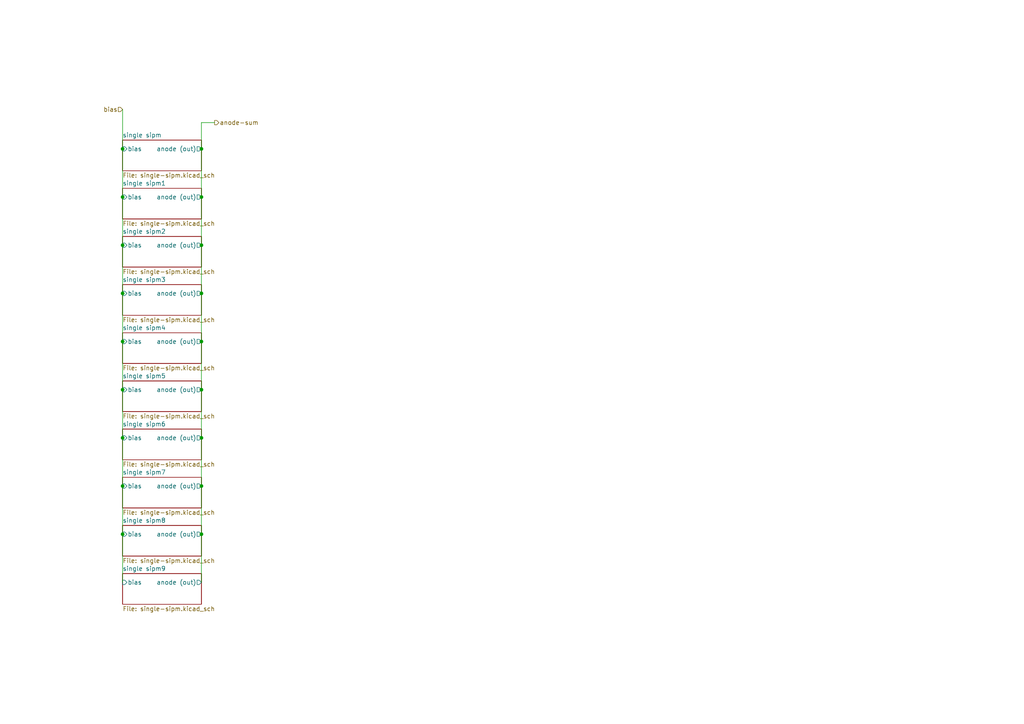
<source format=kicad_sch>
(kicad_sch
	(version 20250114)
	(generator "eeschema")
	(generator_version "9.0")
	(uuid "20612a74-b708-4c0b-a25b-22ca09df984a")
	(paper "A4")
	(lib_symbols)
	(junction
		(at 58.42 99.06)
		(diameter 0)
		(color 0 0 0 0)
		(uuid "0fc902e1-e0f5-4949-8dae-3da1da43ea7f")
	)
	(junction
		(at 58.42 140.97)
		(diameter 0)
		(color 0 0 0 0)
		(uuid "17bb7d1c-7cca-49ab-b858-66bfb9f79fa7")
	)
	(junction
		(at 35.56 71.12)
		(diameter 0)
		(color 0 0 0 0)
		(uuid "2ba34e0d-735e-446b-b6b6-5eab89b768da")
	)
	(junction
		(at 35.56 154.94)
		(diameter 0)
		(color 0 0 0 0)
		(uuid "3c73ff54-9988-4578-a862-9feafc646afa")
	)
	(junction
		(at 58.42 127)
		(diameter 0)
		(color 0 0 0 0)
		(uuid "416357b7-e415-47d9-ba24-38fff43a94af")
	)
	(junction
		(at 35.56 99.06)
		(diameter 0)
		(color 0 0 0 0)
		(uuid "49f43d7e-ff0f-49e7-9b1c-12fe1054e205")
	)
	(junction
		(at 35.56 43.18)
		(diameter 0)
		(color 0 0 0 0)
		(uuid "4d9a09c4-f577-4461-9981-5a93c489917c")
	)
	(junction
		(at 35.56 57.15)
		(diameter 0)
		(color 0 0 0 0)
		(uuid "5950fe31-ea96-4f75-a90b-9ef5904b1984")
	)
	(junction
		(at 58.42 113.03)
		(diameter 0)
		(color 0 0 0 0)
		(uuid "5e861c29-ec98-4432-9fac-f3575d5811f6")
	)
	(junction
		(at 58.42 154.94)
		(diameter 0)
		(color 0 0 0 0)
		(uuid "806b2a3d-9140-4696-80cb-1d8e1075e663")
	)
	(junction
		(at 58.42 43.18)
		(diameter 0)
		(color 0 0 0 0)
		(uuid "81aafb9c-3d3a-48d5-ad5c-b24864842d47")
	)
	(junction
		(at 35.56 113.03)
		(diameter 0)
		(color 0 0 0 0)
		(uuid "843479b5-4789-4036-80bf-c97d638a1437")
	)
	(junction
		(at 58.42 57.15)
		(diameter 0)
		(color 0 0 0 0)
		(uuid "95100910-8609-4dca-b539-440da4ffcbdd")
	)
	(junction
		(at 35.56 85.09)
		(diameter 0)
		(color 0 0 0 0)
		(uuid "9ba686a7-dfd6-4004-9115-ff3f255c8ced")
	)
	(junction
		(at 58.42 71.12)
		(diameter 0)
		(color 0 0 0 0)
		(uuid "9d9a2cb3-63d6-4838-aa07-90bb9910bc77")
	)
	(junction
		(at 35.56 140.97)
		(diameter 0)
		(color 0 0 0 0)
		(uuid "d20e4329-62e9-4497-aa8a-4a3e72a957a7")
	)
	(junction
		(at 58.42 85.09)
		(diameter 0)
		(color 0 0 0 0)
		(uuid "daecd889-f761-4dec-baf5-ae50c117d9a1")
	)
	(junction
		(at 35.56 127)
		(diameter 0)
		(color 0 0 0 0)
		(uuid "e30006be-97ce-49fb-8c12-9ee00a9dc529")
	)
	(wire
		(pts
			(xy 58.42 113.03) (xy 58.42 127)
		)
		(stroke
			(width 0)
			(type default)
		)
		(uuid "2906674a-e524-4cad-8d63-faa621c9edb8")
	)
	(wire
		(pts
			(xy 58.42 57.15) (xy 58.42 71.12)
		)
		(stroke
			(width 0)
			(type default)
		)
		(uuid "2af908f9-57d9-47e0-86d6-fe3fd1a573a7")
	)
	(wire
		(pts
			(xy 35.56 113.03) (xy 35.56 127)
		)
		(stroke
			(width 0)
			(type default)
		)
		(uuid "2f5d8fa1-0e69-422f-bfc9-39fbbb1f2172")
	)
	(wire
		(pts
			(xy 58.42 35.56) (xy 58.42 43.18)
		)
		(stroke
			(width 0)
			(type default)
		)
		(uuid "2fede623-9ed5-4a03-9736-3026cdc10d75")
	)
	(wire
		(pts
			(xy 35.56 57.15) (xy 35.56 71.12)
		)
		(stroke
			(width 0)
			(type default)
		)
		(uuid "38b41e68-1bc7-4670-b94c-dc84c26661d1")
	)
	(wire
		(pts
			(xy 62.23 35.56) (xy 58.42 35.56)
		)
		(stroke
			(width 0)
			(type default)
		)
		(uuid "39e835b5-8d42-4b4d-8c37-ddd65042a6ed")
	)
	(wire
		(pts
			(xy 35.56 85.09) (xy 35.56 99.06)
		)
		(stroke
			(width 0)
			(type default)
		)
		(uuid "3cca012d-0ce8-4891-b9f5-75c2a859bddc")
	)
	(wire
		(pts
			(xy 58.42 99.06) (xy 58.42 113.03)
		)
		(stroke
			(width 0)
			(type default)
		)
		(uuid "593fb189-1dbd-4dd0-8914-a672a2159405")
	)
	(wire
		(pts
			(xy 35.56 154.94) (xy 35.56 168.91)
		)
		(stroke
			(width 0)
			(type default)
		)
		(uuid "60190242-cb42-4808-9134-5b58dc6be42e")
	)
	(wire
		(pts
			(xy 35.56 31.75) (xy 35.56 43.18)
		)
		(stroke
			(width 0)
			(type default)
		)
		(uuid "60ee42f9-1fad-41fe-b7dc-79d55513288e")
	)
	(wire
		(pts
			(xy 58.42 85.09) (xy 58.42 99.06)
		)
		(stroke
			(width 0)
			(type default)
		)
		(uuid "6b18c31e-d22e-45ef-bfc5-9d8548121d20")
	)
	(wire
		(pts
			(xy 58.42 154.94) (xy 58.42 168.91)
		)
		(stroke
			(width 0)
			(type default)
		)
		(uuid "710795e9-2056-4005-802a-450d79c5fea2")
	)
	(wire
		(pts
			(xy 35.56 43.18) (xy 35.56 57.15)
		)
		(stroke
			(width 0)
			(type default)
		)
		(uuid "7a509186-c4ba-4e57-98b9-41500bb513c4")
	)
	(wire
		(pts
			(xy 58.42 71.12) (xy 58.42 85.09)
		)
		(stroke
			(width 0)
			(type default)
		)
		(uuid "8184857d-cbbd-4a89-bd64-bf1cde24a5c0")
	)
	(wire
		(pts
			(xy 58.42 140.97) (xy 58.42 154.94)
		)
		(stroke
			(width 0)
			(type default)
		)
		(uuid "abe79f96-22d3-494e-8014-8370a13310c2")
	)
	(wire
		(pts
			(xy 58.42 127) (xy 58.42 140.97)
		)
		(stroke
			(width 0)
			(type default)
		)
		(uuid "b406dcb5-9dbd-44d0-8ea3-a00792b1660c")
	)
	(wire
		(pts
			(xy 35.56 127) (xy 35.56 140.97)
		)
		(stroke
			(width 0)
			(type default)
		)
		(uuid "bafcd027-48e9-47ce-85bd-69a60db9f5ed")
	)
	(wire
		(pts
			(xy 35.56 71.12) (xy 35.56 85.09)
		)
		(stroke
			(width 0)
			(type default)
		)
		(uuid "bd290b47-fef1-431a-aa31-9a98c09429ff")
	)
	(wire
		(pts
			(xy 35.56 140.97) (xy 35.56 154.94)
		)
		(stroke
			(width 0)
			(type default)
		)
		(uuid "d2fc842e-5224-46d2-b9ad-53d82588e356")
	)
	(wire
		(pts
			(xy 35.56 99.06) (xy 35.56 113.03)
		)
		(stroke
			(width 0)
			(type default)
		)
		(uuid "d343f982-8047-492e-8815-97ba9c5e77c4")
	)
	(wire
		(pts
			(xy 58.42 43.18) (xy 58.42 57.15)
		)
		(stroke
			(width 0)
			(type default)
		)
		(uuid "d7d41e5c-9161-4c66-9d31-324d63fe0c64")
	)
	(hierarchical_label "bias"
		(shape input)
		(at 35.56 31.75 180)
		(effects
			(font
				(size 1.27 1.27)
			)
			(justify right)
		)
		(uuid "3e35c78a-db8d-4f78-981e-2f1ed3705d63")
	)
	(hierarchical_label "anode-sum"
		(shape output)
		(at 62.23 35.56 0)
		(effects
			(font
				(size 1.27 1.27)
			)
			(justify left)
		)
		(uuid "ec115b20-ccf9-4a4f-ac92-12f380516f36")
	)
	(sheet
		(at 35.56 82.55)
		(size 22.86 8.89)
		(exclude_from_sim no)
		(in_bom yes)
		(on_board yes)
		(dnp no)
		(fields_autoplaced yes)
		(stroke
			(width 0.1524)
			(type solid)
		)
		(fill
			(color 0 0 0 0.0000)
		)
		(uuid "000c6149-85ad-4330-a3b6-69b3fb993101")
		(property "Sheetname" "single sipm3"
			(at 35.56 81.8384 0)
			(effects
				(font
					(size 1.27 1.27)
				)
				(justify left bottom)
			)
		)
		(property "Sheetfile" "single-sipm.kicad_sch"
			(at 35.56 92.0246 0)
			(effects
				(font
					(size 1.27 1.27)
				)
				(justify left top)
			)
		)
		(pin "bias" input
			(at 35.56 85.09 180)
			(uuid "37cb2519-a386-482a-9e88-6ad0e3b9c86e")
			(effects
				(font
					(size 1.27 1.27)
				)
				(justify left)
			)
		)
		(pin "anode (out)" output
			(at 58.42 85.09 0)
			(uuid "9265f707-237d-4b18-a3fc-90d0170f07af")
			(effects
				(font
					(size 1.27 1.27)
				)
				(justify right)
			)
		)
		(instances
			(project "10sipm-for-angled"
				(path "/0ea1ec1f-35e4-4e8d-a06b-0b5fbc621c37/3c074e82-70e4-413f-9404-27bc853217d4"
					(page "8")
				)
			)
		)
	)
	(sheet
		(at 35.56 110.49)
		(size 22.86 8.89)
		(exclude_from_sim no)
		(in_bom yes)
		(on_board yes)
		(dnp no)
		(fields_autoplaced yes)
		(stroke
			(width 0.1524)
			(type solid)
		)
		(fill
			(color 0 0 0 0.0000)
		)
		(uuid "13b9ecbf-a2f2-43b2-9afc-6798ea294c0d")
		(property "Sheetname" "single sipm5"
			(at 35.56 109.7784 0)
			(effects
				(font
					(size 1.27 1.27)
				)
				(justify left bottom)
			)
		)
		(property "Sheetfile" "single-sipm.kicad_sch"
			(at 35.56 119.9646 0)
			(effects
				(font
					(size 1.27 1.27)
				)
				(justify left top)
			)
		)
		(pin "bias" input
			(at 35.56 113.03 180)
			(uuid "45020939-fdd0-4270-9c0f-d3724c4b8ac4")
			(effects
				(font
					(size 1.27 1.27)
				)
				(justify left)
			)
		)
		(pin "anode (out)" output
			(at 58.42 113.03 0)
			(uuid "35046fa5-5b23-4c19-9640-f8584939adc3")
			(effects
				(font
					(size 1.27 1.27)
				)
				(justify right)
			)
		)
		(instances
			(project "10sipm-for-angled"
				(path "/0ea1ec1f-35e4-4e8d-a06b-0b5fbc621c37/3c074e82-70e4-413f-9404-27bc853217d4"
					(page "10")
				)
			)
		)
	)
	(sheet
		(at 35.56 40.64)
		(size 22.86 8.89)
		(exclude_from_sim no)
		(in_bom yes)
		(on_board yes)
		(dnp no)
		(fields_autoplaced yes)
		(stroke
			(width 0.1524)
			(type solid)
		)
		(fill
			(color 0 0 0 0.0000)
		)
		(uuid "5875f7f7-f118-469a-b99c-ebafae8b3937")
		(property "Sheetname" "single sipm"
			(at 35.56 39.9284 0)
			(effects
				(font
					(size 1.27 1.27)
				)
				(justify left bottom)
			)
		)
		(property "Sheetfile" "single-sipm.kicad_sch"
			(at 35.56 50.1146 0)
			(effects
				(font
					(size 1.27 1.27)
				)
				(justify left top)
			)
		)
		(pin "bias" input
			(at 35.56 43.18 180)
			(uuid "ec9b4a31-408e-410d-989e-e55c32f900d7")
			(effects
				(font
					(size 1.27 1.27)
				)
				(justify left)
			)
		)
		(pin "anode (out)" output
			(at 58.42 43.18 0)
			(uuid "5a37b8d6-5661-4e32-aa88-d50f32d187dc")
			(effects
				(font
					(size 1.27 1.27)
				)
				(justify right)
			)
		)
		(instances
			(project "10sipm-for-angled"
				(path "/0ea1ec1f-35e4-4e8d-a06b-0b5fbc621c37/3c074e82-70e4-413f-9404-27bc853217d4"
					(page "5")
				)
			)
		)
	)
	(sheet
		(at 35.56 68.58)
		(size 22.86 8.89)
		(exclude_from_sim no)
		(in_bom yes)
		(on_board yes)
		(dnp no)
		(fields_autoplaced yes)
		(stroke
			(width 0.1524)
			(type solid)
		)
		(fill
			(color 0 0 0 0.0000)
		)
		(uuid "6f3057b3-609b-4865-96c4-2aab7db6a46c")
		(property "Sheetname" "single sipm2"
			(at 35.56 67.8684 0)
			(effects
				(font
					(size 1.27 1.27)
				)
				(justify left bottom)
			)
		)
		(property "Sheetfile" "single-sipm.kicad_sch"
			(at 35.56 78.0546 0)
			(effects
				(font
					(size 1.27 1.27)
				)
				(justify left top)
			)
		)
		(pin "bias" input
			(at 35.56 71.12 180)
			(uuid "055592db-ec4a-499a-a2a5-23dd9951e0e3")
			(effects
				(font
					(size 1.27 1.27)
				)
				(justify left)
			)
		)
		(pin "anode (out)" output
			(at 58.42 71.12 0)
			(uuid "fb200af6-103b-469c-9de5-db8842816acd")
			(effects
				(font
					(size 1.27 1.27)
				)
				(justify right)
			)
		)
		(instances
			(project "10sipm-for-angled"
				(path "/0ea1ec1f-35e4-4e8d-a06b-0b5fbc621c37/3c074e82-70e4-413f-9404-27bc853217d4"
					(page "7")
				)
			)
		)
	)
	(sheet
		(at 35.56 54.61)
		(size 22.86 8.89)
		(exclude_from_sim no)
		(in_bom yes)
		(on_board yes)
		(dnp no)
		(fields_autoplaced yes)
		(stroke
			(width 0.1524)
			(type solid)
		)
		(fill
			(color 0 0 0 0.0000)
		)
		(uuid "7bced872-2407-4e58-8d53-262d8dffe308")
		(property "Sheetname" "single sipm1"
			(at 35.56 53.8984 0)
			(effects
				(font
					(size 1.27 1.27)
				)
				(justify left bottom)
			)
		)
		(property "Sheetfile" "single-sipm.kicad_sch"
			(at 35.56 64.0846 0)
			(effects
				(font
					(size 1.27 1.27)
				)
				(justify left top)
			)
		)
		(pin "bias" input
			(at 35.56 57.15 180)
			(uuid "7d830d5d-4b88-4445-9bbe-59b9af997e50")
			(effects
				(font
					(size 1.27 1.27)
				)
				(justify left)
			)
		)
		(pin "anode (out)" output
			(at 58.42 57.15 0)
			(uuid "f06b4fe8-3ba0-4cd0-8e70-b2924cb89415")
			(effects
				(font
					(size 1.27 1.27)
				)
				(justify right)
			)
		)
		(instances
			(project "10sipm-for-angled"
				(path "/0ea1ec1f-35e4-4e8d-a06b-0b5fbc621c37/3c074e82-70e4-413f-9404-27bc853217d4"
					(page "6")
				)
			)
		)
	)
	(sheet
		(at 35.56 96.52)
		(size 22.86 8.89)
		(exclude_from_sim no)
		(in_bom yes)
		(on_board yes)
		(dnp no)
		(fields_autoplaced yes)
		(stroke
			(width 0.1524)
			(type solid)
		)
		(fill
			(color 0 0 0 0.0000)
		)
		(uuid "8320d274-72a1-4b71-8661-ac218bb0d748")
		(property "Sheetname" "single sipm4"
			(at 35.56 95.8084 0)
			(effects
				(font
					(size 1.27 1.27)
				)
				(justify left bottom)
			)
		)
		(property "Sheetfile" "single-sipm.kicad_sch"
			(at 35.56 105.9946 0)
			(effects
				(font
					(size 1.27 1.27)
				)
				(justify left top)
			)
		)
		(pin "bias" input
			(at 35.56 99.06 180)
			(uuid "7c31cd8c-7534-4649-9768-c7176bae75c1")
			(effects
				(font
					(size 1.27 1.27)
				)
				(justify left)
			)
		)
		(pin "anode (out)" output
			(at 58.42 99.06 0)
			(uuid "e868a70f-5f48-4128-b094-533e2bf15565")
			(effects
				(font
					(size 1.27 1.27)
				)
				(justify right)
			)
		)
		(instances
			(project "10sipm-for-angled"
				(path "/0ea1ec1f-35e4-4e8d-a06b-0b5fbc621c37/3c074e82-70e4-413f-9404-27bc853217d4"
					(page "9")
				)
			)
		)
	)
	(sheet
		(at 35.56 138.43)
		(size 22.86 8.89)
		(exclude_from_sim no)
		(in_bom yes)
		(on_board yes)
		(dnp no)
		(fields_autoplaced yes)
		(stroke
			(width 0.1524)
			(type solid)
		)
		(fill
			(color 0 0 0 0.0000)
		)
		(uuid "8f303d6d-2d78-4f75-a2fe-072aff4a0444")
		(property "Sheetname" "single sipm7"
			(at 35.56 137.7184 0)
			(effects
				(font
					(size 1.27 1.27)
				)
				(justify left bottom)
			)
		)
		(property "Sheetfile" "single-sipm.kicad_sch"
			(at 35.56 147.9046 0)
			(effects
				(font
					(size 1.27 1.27)
				)
				(justify left top)
			)
		)
		(pin "bias" input
			(at 35.56 140.97 180)
			(uuid "5dd56fae-a2be-4b49-a597-1c3b20425a67")
			(effects
				(font
					(size 1.27 1.27)
				)
				(justify left)
			)
		)
		(pin "anode (out)" output
			(at 58.42 140.97 0)
			(uuid "2a970666-dfb1-4324-8375-c4414af8d6e0")
			(effects
				(font
					(size 1.27 1.27)
				)
				(justify right)
			)
		)
		(instances
			(project "10sipm-for-angled"
				(path "/0ea1ec1f-35e4-4e8d-a06b-0b5fbc621c37/3c074e82-70e4-413f-9404-27bc853217d4"
					(page "12")
				)
			)
		)
	)
	(sheet
		(at 35.56 124.46)
		(size 22.86 8.89)
		(exclude_from_sim no)
		(in_bom yes)
		(on_board yes)
		(dnp no)
		(fields_autoplaced yes)
		(stroke
			(width 0.1524)
			(type solid)
		)
		(fill
			(color 0 0 0 0.0000)
		)
		(uuid "915479fd-f051-4721-9a77-8b6f5044a277")
		(property "Sheetname" "single sipm6"
			(at 35.56 123.7484 0)
			(effects
				(font
					(size 1.27 1.27)
				)
				(justify left bottom)
			)
		)
		(property "Sheetfile" "single-sipm.kicad_sch"
			(at 35.56 133.9346 0)
			(effects
				(font
					(size 1.27 1.27)
				)
				(justify left top)
			)
		)
		(pin "bias" input
			(at 35.56 127 180)
			(uuid "db426163-4a44-408b-90a8-bd3d099214a0")
			(effects
				(font
					(size 1.27 1.27)
				)
				(justify left)
			)
		)
		(pin "anode (out)" output
			(at 58.42 127 0)
			(uuid "84452723-43ed-4f95-ace2-21c26fa07a07")
			(effects
				(font
					(size 1.27 1.27)
				)
				(justify right)
			)
		)
		(instances
			(project "10sipm-for-angled"
				(path "/0ea1ec1f-35e4-4e8d-a06b-0b5fbc621c37/3c074e82-70e4-413f-9404-27bc853217d4"
					(page "11")
				)
			)
		)
	)
	(sheet
		(at 35.56 166.37)
		(size 22.86 8.89)
		(exclude_from_sim no)
		(in_bom yes)
		(on_board yes)
		(dnp no)
		(fields_autoplaced yes)
		(stroke
			(width 0.1524)
			(type solid)
		)
		(fill
			(color 0 0 0 0.0000)
		)
		(uuid "cd9fe45f-30e0-417f-b8a6-a8a9a706fb50")
		(property "Sheetname" "single sipm9"
			(at 35.56 165.6584 0)
			(effects
				(font
					(size 1.27 1.27)
				)
				(justify left bottom)
			)
		)
		(property "Sheetfile" "single-sipm.kicad_sch"
			(at 35.56 175.8446 0)
			(effects
				(font
					(size 1.27 1.27)
				)
				(justify left top)
			)
		)
		(pin "bias" input
			(at 35.56 168.91 180)
			(uuid "7b0745e9-4d19-422b-b183-3cb8a3c4fb39")
			(effects
				(font
					(size 1.27 1.27)
				)
				(justify left)
			)
		)
		(pin "anode (out)" output
			(at 58.42 168.91 0)
			(uuid "8765d5c0-6376-4453-af6a-b32e7044cdb2")
			(effects
				(font
					(size 1.27 1.27)
				)
				(justify right)
			)
		)
		(instances
			(project "10sipm-for-angled"
				(path "/0ea1ec1f-35e4-4e8d-a06b-0b5fbc621c37/3c074e82-70e4-413f-9404-27bc853217d4"
					(page "14")
				)
			)
		)
	)
	(sheet
		(at 35.56 152.4)
		(size 22.86 8.89)
		(exclude_from_sim no)
		(in_bom yes)
		(on_board yes)
		(dnp no)
		(fields_autoplaced yes)
		(stroke
			(width 0.1524)
			(type solid)
		)
		(fill
			(color 0 0 0 0.0000)
		)
		(uuid "e8c54c3a-4001-4a4d-994b-78da1912da2c")
		(property "Sheetname" "single sipm8"
			(at 35.56 151.6884 0)
			(effects
				(font
					(size 1.27 1.27)
				)
				(justify left bottom)
			)
		)
		(property "Sheetfile" "single-sipm.kicad_sch"
			(at 35.56 161.8746 0)
			(effects
				(font
					(size 1.27 1.27)
				)
				(justify left top)
			)
		)
		(pin "bias" input
			(at 35.56 154.94 180)
			(uuid "cd900354-a881-4577-a8be-0107ca1c0871")
			(effects
				(font
					(size 1.27 1.27)
				)
				(justify left)
			)
		)
		(pin "anode (out)" output
			(at 58.42 154.94 0)
			(uuid "f0e96658-73f6-41e7-869b-41cfe728b829")
			(effects
				(font
					(size 1.27 1.27)
				)
				(justify right)
			)
		)
		(instances
			(project "10sipm-for-angled"
				(path "/0ea1ec1f-35e4-4e8d-a06b-0b5fbc621c37/3c074e82-70e4-413f-9404-27bc853217d4"
					(page "13")
				)
			)
		)
	)
)

</source>
